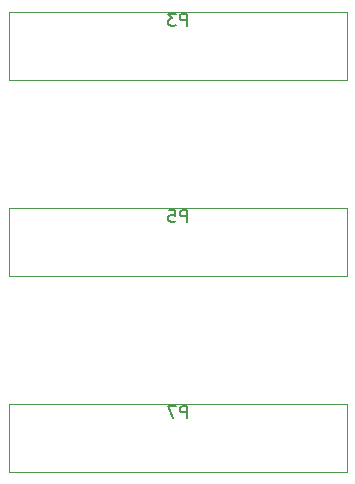
<source format=gbr>
G04 #@! TF.FileFunction,Legend,Bot*
%FSLAX46Y46*%
G04 Gerber Fmt 4.6, Leading zero omitted, Abs format (unit mm)*
G04 Created by KiCad (PCBNEW 4.0.1-stable) date 2016-12-19 1:01:29 AM*
%MOMM*%
G01*
G04 APERTURE LIST*
%ADD10C,0.100000*%
%ADD11C,0.099060*%
%ADD12C,0.203200*%
G04 APERTURE END LIST*
D10*
D11*
X70510000Y-79560000D02*
X70510000Y-73840000D01*
X99090000Y-79560000D02*
X99090000Y-73840000D01*
X70510000Y-73840000D02*
X99090000Y-73840000D01*
X99090000Y-79560000D02*
X70510000Y-79560000D01*
X70510000Y-62960000D02*
X70510000Y-57240000D01*
X99090000Y-62960000D02*
X99090000Y-57240000D01*
X70510000Y-57240000D02*
X99090000Y-57240000D01*
X99090000Y-62960000D02*
X70510000Y-62960000D01*
X70510000Y-46360000D02*
X70510000Y-40640000D01*
X99090000Y-46360000D02*
X99090000Y-40640000D01*
X70510000Y-40640000D02*
X99090000Y-40640000D01*
X99090000Y-46360000D02*
X70510000Y-46360000D01*
D12*
X85549904Y-75000619D02*
X85549904Y-73984619D01*
X85162857Y-73984619D01*
X85066095Y-74033000D01*
X85017714Y-74081381D01*
X84969333Y-74178143D01*
X84969333Y-74323286D01*
X85017714Y-74420048D01*
X85066095Y-74468429D01*
X85162857Y-74516810D01*
X85549904Y-74516810D01*
X84630666Y-73984619D02*
X83953333Y-73984619D01*
X84388761Y-75000619D01*
X85549904Y-58400619D02*
X85549904Y-57384619D01*
X85162857Y-57384619D01*
X85066095Y-57433000D01*
X85017714Y-57481381D01*
X84969333Y-57578143D01*
X84969333Y-57723286D01*
X85017714Y-57820048D01*
X85066095Y-57868429D01*
X85162857Y-57916810D01*
X85549904Y-57916810D01*
X84050095Y-57384619D02*
X84533904Y-57384619D01*
X84582285Y-57868429D01*
X84533904Y-57820048D01*
X84437142Y-57771667D01*
X84195238Y-57771667D01*
X84098476Y-57820048D01*
X84050095Y-57868429D01*
X84001714Y-57965190D01*
X84001714Y-58207095D01*
X84050095Y-58303857D01*
X84098476Y-58352238D01*
X84195238Y-58400619D01*
X84437142Y-58400619D01*
X84533904Y-58352238D01*
X84582285Y-58303857D01*
X85549904Y-41800619D02*
X85549904Y-40784619D01*
X85162857Y-40784619D01*
X85066095Y-40833000D01*
X85017714Y-40881381D01*
X84969333Y-40978143D01*
X84969333Y-41123286D01*
X85017714Y-41220048D01*
X85066095Y-41268429D01*
X85162857Y-41316810D01*
X85549904Y-41316810D01*
X84630666Y-40784619D02*
X84001714Y-40784619D01*
X84340380Y-41171667D01*
X84195238Y-41171667D01*
X84098476Y-41220048D01*
X84050095Y-41268429D01*
X84001714Y-41365190D01*
X84001714Y-41607095D01*
X84050095Y-41703857D01*
X84098476Y-41752238D01*
X84195238Y-41800619D01*
X84485523Y-41800619D01*
X84582285Y-41752238D01*
X84630666Y-41703857D01*
M02*

</source>
